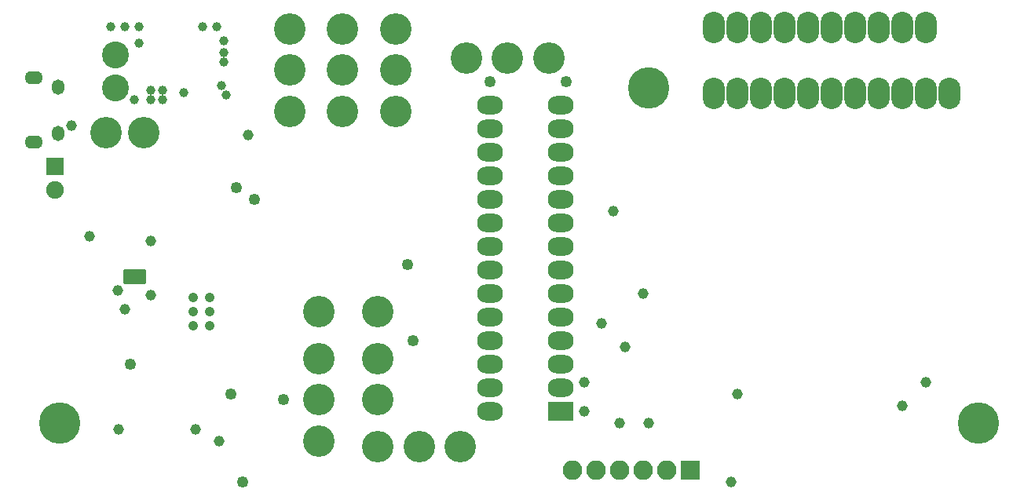
<source format=gbr>
G04 #@! TF.FileFunction,Soldermask,Bot*
%FSLAX46Y46*%
G04 Gerber Fmt 4.6, Leading zero omitted, Abs format (unit mm)*
G04 Created by KiCad (PCBNEW 4.0.5) date 04/03/17 19:29:13*
%MOMM*%
%LPD*%
G01*
G04 APERTURE LIST*
%ADD10C,0.100000*%
%ADD11C,4.464000*%
%ADD12C,2.900000*%
%ADD13R,2.800000X2.000000*%
%ADD14O,2.800000X2.000000*%
%ADD15R,2.100000X2.100000*%
%ADD16O,2.100000X2.100000*%
%ADD17C,3.400000*%
%ADD18C,0.540000*%
%ADD19O,2.400000X3.400000*%
%ADD20R,1.900000X1.900000*%
%ADD21C,1.900000*%
%ADD22O,1.350000X1.650000*%
%ADD23O,1.950000X1.400000*%
%ADD24C,1.150000*%
%ADD25C,1.000000*%
%ADD26C,1.050000*%
%ADD27C,1.250000*%
%ADD28C,0.254000*%
G04 APERTURE END LIST*
D10*
D11*
X158115000Y-87630000D03*
X193675000Y-123825000D03*
D12*
X100584000Y-87630000D03*
X100584000Y-84074000D03*
D13*
X148590000Y-122555000D03*
D14*
X140970000Y-89535000D03*
X148590000Y-120015000D03*
X140970000Y-92075000D03*
X148590000Y-117475000D03*
X140970000Y-94615000D03*
X148590000Y-114935000D03*
X140970000Y-97155000D03*
X148590000Y-112395000D03*
X140970000Y-99695000D03*
X148590000Y-109855000D03*
X140970000Y-102235000D03*
X148590000Y-107315000D03*
X140970000Y-104775000D03*
X148590000Y-104775000D03*
X140970000Y-107315000D03*
X148590000Y-102235000D03*
X140970000Y-109855000D03*
X148590000Y-99695000D03*
X140970000Y-112395000D03*
X148590000Y-97155000D03*
X140970000Y-114935000D03*
X148590000Y-94615000D03*
X140970000Y-117475000D03*
X148590000Y-92075000D03*
X140970000Y-120015000D03*
X148590000Y-89535000D03*
X140970000Y-122555000D03*
D15*
X162560000Y-128905000D03*
D16*
X160020000Y-128905000D03*
X157480000Y-128905000D03*
X154940000Y-128905000D03*
X152400000Y-128905000D03*
X149860000Y-128905000D03*
D17*
X130810000Y-90170000D03*
X130810000Y-85725000D03*
X130810000Y-81280000D03*
X125095000Y-90170000D03*
X125095000Y-85725000D03*
X125095000Y-81280000D03*
X119380000Y-90170000D03*
X119380000Y-85725000D03*
X119380000Y-81280000D03*
X128905000Y-111760000D03*
X128905000Y-116840000D03*
X128905000Y-121285000D03*
X137795000Y-126365000D03*
X133350000Y-126365000D03*
X128905000Y-126365000D03*
X103632000Y-92456000D03*
X99568000Y-92456000D03*
D18*
X102616000Y-107950000D03*
X101866000Y-108450000D03*
X103366000Y-108450000D03*
X103366000Y-107450000D03*
X101866000Y-107450000D03*
D19*
X165100000Y-88265000D03*
X167640000Y-88265000D03*
X170180000Y-88265000D03*
X172720000Y-88265000D03*
X175260000Y-88265000D03*
X177800000Y-88265000D03*
X180340000Y-88265000D03*
X182880000Y-88265000D03*
X185420000Y-88265000D03*
X187960000Y-88265000D03*
X190500000Y-88265000D03*
X187960000Y-81153000D03*
X185420000Y-81153000D03*
X182880000Y-81153000D03*
X180340000Y-81153000D03*
X177800000Y-81153000D03*
X175260000Y-81153000D03*
X172720000Y-81153000D03*
X170180000Y-81153000D03*
X167640000Y-81153000D03*
X165100000Y-81153000D03*
D11*
X94615000Y-123825000D03*
D17*
X147320000Y-84455000D03*
X138430000Y-84455000D03*
X142875000Y-84455000D03*
X122555000Y-116840000D03*
X122555000Y-111760000D03*
X122555000Y-125730000D03*
X122555000Y-121285000D03*
D20*
X94107000Y-96139000D03*
D21*
X94107000Y-98679000D03*
D22*
X94452540Y-87509100D03*
X94452540Y-92509100D03*
D23*
X91752540Y-86509100D03*
X91752540Y-93509100D03*
D24*
X111760000Y-125730000D03*
X109220000Y-124460000D03*
X104394000Y-104140000D03*
X104394000Y-109982000D03*
X167640000Y-120650000D03*
X114935000Y-92710000D03*
X100965000Y-124460000D03*
X157480000Y-109855000D03*
X95885000Y-91694000D03*
X154305000Y-100965000D03*
D25*
X100076000Y-81026000D03*
X101600000Y-81026000D03*
X103124000Y-81026000D03*
X103124000Y-82804000D03*
X112268000Y-84836000D03*
X112268000Y-83820000D03*
X112268000Y-82550000D03*
X111506000Y-81026000D03*
X109982000Y-81026000D03*
D26*
X108966000Y-110236000D03*
X108966000Y-111760000D03*
X108966000Y-113284000D03*
X110744000Y-113284000D03*
X110744000Y-111760000D03*
X110744000Y-110236000D03*
D24*
X187960000Y-119380000D03*
X185420000Y-121920000D03*
D27*
X115570000Y-99695000D03*
D24*
X151130000Y-122555000D03*
X151130000Y-119380000D03*
D27*
X113665000Y-98425000D03*
X132080000Y-106680000D03*
D24*
X101600000Y-111506000D03*
X100838000Y-109474000D03*
X97790000Y-103632000D03*
D27*
X132715000Y-114935000D03*
D25*
X107950000Y-88138000D03*
X112522000Y-88392000D03*
X112014000Y-87376000D03*
D27*
X149225000Y-86995000D03*
X140970000Y-86995000D03*
D25*
X104394000Y-87884000D03*
X104394000Y-88900000D03*
X105664000Y-88900000D03*
X105664000Y-87884000D03*
X102616000Y-88900000D03*
D24*
X153035000Y-113030000D03*
X155575000Y-115570000D03*
X167005000Y-130175000D03*
X158115000Y-123825000D03*
X154940000Y-123825000D03*
D27*
X113030000Y-120650000D03*
X118745000Y-121285000D03*
X102235000Y-117475000D03*
X114300000Y-130175000D03*
D28*
G36*
X103695500Y-108648500D02*
X101536500Y-108648500D01*
X101536500Y-107251500D01*
X103695500Y-107251500D01*
X103695500Y-108648500D01*
X103695500Y-108648500D01*
G37*
X103695500Y-108648500D02*
X101536500Y-108648500D01*
X101536500Y-107251500D01*
X103695500Y-107251500D01*
X103695500Y-108648500D01*
M02*

</source>
